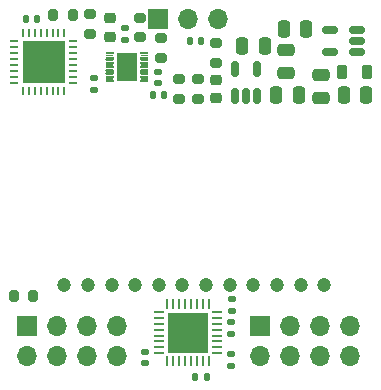
<source format=gts>
G04 #@! TF.GenerationSoftware,KiCad,Pcbnew,7.0.1*
G04 #@! TF.CreationDate,2023-07-28T03:37:33-04:00*
G04 #@! TF.ProjectId,cdm324_v2,63646d33-3234-45f7-9632-2e6b69636164,rev?*
G04 #@! TF.SameCoordinates,Original*
G04 #@! TF.FileFunction,Soldermask,Top*
G04 #@! TF.FilePolarity,Negative*
%FSLAX46Y46*%
G04 Gerber Fmt 4.6, Leading zero omitted, Abs format (unit mm)*
G04 Created by KiCad (PCBNEW 7.0.1) date 2023-07-28 03:37:33*
%MOMM*%
%LPD*%
G01*
G04 APERTURE LIST*
G04 Aperture macros list*
%AMRoundRect*
0 Rectangle with rounded corners*
0 $1 Rounding radius*
0 $2 $3 $4 $5 $6 $7 $8 $9 X,Y pos of 4 corners*
0 Add a 4 corners polygon primitive as box body*
4,1,4,$2,$3,$4,$5,$6,$7,$8,$9,$2,$3,0*
0 Add four circle primitives for the rounded corners*
1,1,$1+$1,$2,$3*
1,1,$1+$1,$4,$5*
1,1,$1+$1,$6,$7*
1,1,$1+$1,$8,$9*
0 Add four rect primitives between the rounded corners*
20,1,$1+$1,$2,$3,$4,$5,0*
20,1,$1+$1,$4,$5,$6,$7,0*
20,1,$1+$1,$6,$7,$8,$9,0*
20,1,$1+$1,$8,$9,$2,$3,0*%
G04 Aperture macros list end*
%ADD10RoundRect,0.140000X0.140000X0.170000X-0.140000X0.170000X-0.140000X-0.170000X0.140000X-0.170000X0*%
%ADD11RoundRect,0.250000X0.250000X0.475000X-0.250000X0.475000X-0.250000X-0.475000X0.250000X-0.475000X0*%
%ADD12RoundRect,0.140000X-0.140000X-0.170000X0.140000X-0.170000X0.140000X0.170000X-0.140000X0.170000X0*%
%ADD13RoundRect,0.140000X0.170000X-0.140000X0.170000X0.140000X-0.170000X0.140000X-0.170000X-0.140000X0*%
%ADD14RoundRect,0.200000X0.200000X0.275000X-0.200000X0.275000X-0.200000X-0.275000X0.200000X-0.275000X0*%
%ADD15RoundRect,0.062500X0.062500X-0.375000X0.062500X0.375000X-0.062500X0.375000X-0.062500X-0.375000X0*%
%ADD16RoundRect,0.062500X0.375000X-0.062500X0.375000X0.062500X-0.375000X0.062500X-0.375000X-0.062500X0*%
%ADD17R,3.450000X3.450000*%
%ADD18RoundRect,0.250000X-0.475000X0.250000X-0.475000X-0.250000X0.475000X-0.250000X0.475000X0.250000X0*%
%ADD19RoundRect,0.225000X0.250000X-0.225000X0.250000X0.225000X-0.250000X0.225000X-0.250000X-0.225000X0*%
%ADD20RoundRect,0.200000X0.275000X-0.200000X0.275000X0.200000X-0.275000X0.200000X-0.275000X-0.200000X0*%
%ADD21RoundRect,0.140000X-0.170000X0.140000X-0.170000X-0.140000X0.170000X-0.140000X0.170000X0.140000X0*%
%ADD22RoundRect,0.250000X0.475000X-0.250000X0.475000X0.250000X-0.475000X0.250000X-0.475000X-0.250000X0*%
%ADD23RoundRect,0.150000X0.512500X0.150000X-0.512500X0.150000X-0.512500X-0.150000X0.512500X-0.150000X0*%
%ADD24RoundRect,0.062500X0.312500X0.062500X-0.312500X0.062500X-0.312500X-0.062500X0.312500X-0.062500X0*%
%ADD25RoundRect,0.062500X0.062500X0.312500X-0.062500X0.312500X-0.062500X-0.312500X0.062500X-0.312500X0*%
%ADD26R,3.650000X3.650000*%
%ADD27R,1.700000X1.700000*%
%ADD28O,1.700000X1.700000*%
%ADD29RoundRect,0.250000X-0.250000X-0.475000X0.250000X-0.475000X0.250000X0.475000X-0.250000X0.475000X0*%
%ADD30RoundRect,0.218750X-0.218750X-0.381250X0.218750X-0.381250X0.218750X0.381250X-0.218750X0.381250X0*%
%ADD31RoundRect,0.135000X-0.185000X0.135000X-0.185000X-0.135000X0.185000X-0.135000X0.185000X0.135000X0*%
%ADD32C,1.200000*%
%ADD33RoundRect,0.200000X-0.275000X0.200000X-0.275000X-0.200000X0.275000X-0.200000X0.275000X0.200000X0*%
%ADD34R,0.700000X0.250000*%
%ADD35R,1.780000X2.350000*%
%ADD36RoundRect,0.150000X0.150000X-0.512500X0.150000X0.512500X-0.150000X0.512500X-0.150000X-0.512500X0*%
G04 APERTURE END LIST*
D10*
X100610000Y-51850000D03*
X99650000Y-51850000D03*
D11*
X109500000Y-50850000D03*
X107600000Y-50850000D03*
X105950000Y-52250000D03*
X104050000Y-52250000D03*
D12*
X100080000Y-80300000D03*
X101040000Y-80300000D03*
D13*
X95797500Y-79117500D03*
X95797500Y-78157500D03*
D14*
X86372500Y-73437500D03*
X84722500Y-73437500D03*
D15*
X97710000Y-78975000D03*
X98210000Y-78975000D03*
X98710000Y-78975000D03*
X99210000Y-78975000D03*
X99710000Y-78975000D03*
X100210000Y-78975000D03*
X100710000Y-78975000D03*
X101210000Y-78975000D03*
D16*
X101897500Y-78287500D03*
X101897500Y-77787500D03*
X101897500Y-77287500D03*
X101897500Y-76787500D03*
X101897500Y-76287500D03*
X101897500Y-75787500D03*
X101897500Y-75287500D03*
X101897500Y-74787500D03*
D15*
X101210000Y-74100000D03*
X100710000Y-74100000D03*
X100210000Y-74100000D03*
X99710000Y-74100000D03*
X99210000Y-74100000D03*
X98710000Y-74100000D03*
X98210000Y-74100000D03*
X97710000Y-74100000D03*
D16*
X97022500Y-74787500D03*
X97022500Y-75287500D03*
X97022500Y-75787500D03*
X97022500Y-76287500D03*
X97022500Y-76787500D03*
X97022500Y-77287500D03*
X97022500Y-77787500D03*
X97022500Y-78287500D03*
D17*
X99460000Y-76537500D03*
D18*
X110700000Y-54750000D03*
X110700000Y-56650000D03*
D19*
X101850000Y-56687500D03*
X101850000Y-55137500D03*
D20*
X100300000Y-56737500D03*
X100300000Y-55087500D03*
X101850000Y-53675000D03*
X101850000Y-52025000D03*
D21*
X103160000Y-73720000D03*
X103160000Y-74680000D03*
D22*
X107793750Y-54550000D03*
X107793750Y-52650000D03*
D23*
X113737500Y-52800000D03*
X113737500Y-51850000D03*
X113737500Y-50900000D03*
X111462500Y-50900000D03*
X111462500Y-52800000D03*
D10*
X86680000Y-49950000D03*
X85720000Y-49950000D03*
D24*
X89725000Y-55375000D03*
X89725000Y-54875000D03*
X89725000Y-54375000D03*
X89725000Y-53875000D03*
X89725000Y-53375000D03*
X89725000Y-52875000D03*
X89725000Y-52375000D03*
X89725000Y-51875000D03*
D25*
X89000000Y-51150000D03*
X88500000Y-51150000D03*
X88000000Y-51150000D03*
X87500000Y-51150000D03*
X87000000Y-51150000D03*
X86500000Y-51150000D03*
X86000000Y-51150000D03*
X85500000Y-51150000D03*
D24*
X84775000Y-51875000D03*
X84775000Y-52375000D03*
X84775000Y-52875000D03*
X84775000Y-53375000D03*
X84775000Y-53875000D03*
X84775000Y-54375000D03*
X84775000Y-54875000D03*
X84775000Y-55375000D03*
D25*
X85500000Y-56100000D03*
X86000000Y-56100000D03*
X86500000Y-56100000D03*
X87000000Y-56100000D03*
X87500000Y-56100000D03*
X88000000Y-56100000D03*
X88500000Y-56100000D03*
X89000000Y-56100000D03*
D26*
X87250000Y-53625000D03*
D27*
X105557500Y-75987500D03*
D28*
X105557500Y-78527500D03*
X108097500Y-75987500D03*
X108097500Y-78527500D03*
X110637500Y-75987500D03*
X110637500Y-78527500D03*
X113177500Y-75987500D03*
X113177500Y-78527500D03*
D13*
X94100000Y-51750000D03*
X94100000Y-50790000D03*
D29*
X106950000Y-56400000D03*
X108850000Y-56400000D03*
D30*
X112487500Y-54500000D03*
X114612500Y-54500000D03*
D31*
X103150000Y-75640000D03*
X103150000Y-76660000D03*
D21*
X91550000Y-55020000D03*
X91550000Y-55980000D03*
D14*
X89725000Y-49650000D03*
X88075000Y-49650000D03*
D31*
X103147500Y-78377500D03*
X103147500Y-79397500D03*
D32*
X89000000Y-72500000D03*
X91000000Y-72500000D03*
X93000000Y-72500000D03*
X95000000Y-72500000D03*
X97000000Y-72500000D03*
X99000000Y-72500000D03*
X101000000Y-72500000D03*
X103000000Y-72500000D03*
X105000000Y-72500000D03*
X107000000Y-72500000D03*
X109000000Y-72500000D03*
X111000000Y-72500000D03*
D21*
X96900000Y-54440000D03*
X96900000Y-55400000D03*
D19*
X92850000Y-51475000D03*
X92850000Y-49925000D03*
D33*
X97150000Y-51600000D03*
X97150000Y-53250000D03*
D34*
X92825000Y-52870000D03*
X92825000Y-53270000D03*
X92825000Y-53670000D03*
X92825000Y-54070000D03*
X92825000Y-54470000D03*
X92825000Y-54870000D03*
X92825000Y-55270000D03*
X95775000Y-55270000D03*
X95775000Y-54870000D03*
X95775000Y-54470000D03*
X95775000Y-54070000D03*
X95775000Y-53670000D03*
X95775000Y-53270000D03*
X95775000Y-52870000D03*
D35*
X94300000Y-54070000D03*
D36*
X103450000Y-56487500D03*
X104400000Y-56487500D03*
X105350000Y-56487500D03*
X105350000Y-54212500D03*
X103450000Y-54212500D03*
D12*
X96520000Y-56420000D03*
X97480000Y-56420000D03*
D20*
X95400000Y-51525000D03*
X95400000Y-49875000D03*
D11*
X114550000Y-56400000D03*
X112650000Y-56400000D03*
D27*
X85857500Y-75987500D03*
D28*
X85857500Y-78527500D03*
X88397500Y-75987500D03*
X88397500Y-78527500D03*
X90937500Y-75987500D03*
X90937500Y-78527500D03*
X93477500Y-75987500D03*
X93477500Y-78527500D03*
D33*
X98750000Y-55075000D03*
X98750000Y-56725000D03*
D20*
X91150000Y-51225000D03*
X91150000Y-49575000D03*
D27*
X96960000Y-50000000D03*
D28*
X99500000Y-50000000D03*
X102040000Y-50000000D03*
G36*
X96123215Y-54993681D02*
G01*
X96123694Y-54995261D01*
X96122822Y-54996663D01*
X96087465Y-55020285D01*
X96087460Y-55119701D01*
X96122828Y-55143337D01*
X96123700Y-55144739D01*
X96123221Y-55146319D01*
X96121717Y-55147000D01*
X95428281Y-55147000D01*
X95426777Y-55146319D01*
X95426298Y-55144739D01*
X95427170Y-55143337D01*
X95462538Y-55119699D01*
X95462533Y-55020288D01*
X95427176Y-54996663D01*
X95426304Y-54995261D01*
X95426783Y-54993681D01*
X95428287Y-54993000D01*
X96121711Y-54993000D01*
X96123215Y-54993681D01*
G37*
G36*
X93173215Y-54993681D02*
G01*
X93173694Y-54995261D01*
X93172822Y-54996663D01*
X93137465Y-55020285D01*
X93137460Y-55119701D01*
X93172828Y-55143337D01*
X93173700Y-55144739D01*
X93173221Y-55146319D01*
X93171717Y-55147000D01*
X92478281Y-55147000D01*
X92476777Y-55146319D01*
X92476298Y-55144739D01*
X92477170Y-55143337D01*
X92512538Y-55119699D01*
X92512533Y-55020288D01*
X92477176Y-54996663D01*
X92476304Y-54995261D01*
X92476783Y-54993681D01*
X92478287Y-54993000D01*
X93171711Y-54993000D01*
X93173215Y-54993681D01*
G37*
G36*
X96123216Y-54593681D02*
G01*
X96123695Y-54595261D01*
X96122823Y-54596663D01*
X96087463Y-54620292D01*
X96087463Y-54719708D01*
X96122825Y-54743337D01*
X96123697Y-54744739D01*
X96123218Y-54746319D01*
X96121714Y-54747000D01*
X95428284Y-54747000D01*
X95426780Y-54746319D01*
X95426301Y-54744739D01*
X95427173Y-54743337D01*
X95462536Y-54719706D01*
X95462536Y-54620294D01*
X95427174Y-54596663D01*
X95426302Y-54595261D01*
X95426781Y-54593681D01*
X95428285Y-54593000D01*
X96121712Y-54593000D01*
X96123216Y-54593681D01*
G37*
G36*
X93173216Y-54593681D02*
G01*
X93173695Y-54595261D01*
X93172823Y-54596663D01*
X93137463Y-54620292D01*
X93137463Y-54719708D01*
X93172825Y-54743337D01*
X93173697Y-54744739D01*
X93173218Y-54746319D01*
X93171714Y-54747000D01*
X92478284Y-54747000D01*
X92476780Y-54746319D01*
X92476301Y-54744739D01*
X92477173Y-54743337D01*
X92512536Y-54719706D01*
X92512536Y-54620294D01*
X92477174Y-54596663D01*
X92476302Y-54595261D01*
X92476781Y-54593681D01*
X92478285Y-54593000D01*
X93171712Y-54593000D01*
X93173216Y-54593681D01*
G37*
G36*
X96123216Y-54193681D02*
G01*
X96123695Y-54195261D01*
X96122823Y-54196663D01*
X96087463Y-54220292D01*
X96087463Y-54319708D01*
X96122825Y-54343337D01*
X96123697Y-54344739D01*
X96123218Y-54346319D01*
X96121714Y-54347000D01*
X95428284Y-54347000D01*
X95426780Y-54346319D01*
X95426301Y-54344739D01*
X95427173Y-54343337D01*
X95462536Y-54319706D01*
X95462536Y-54220294D01*
X95427174Y-54196663D01*
X95426302Y-54195261D01*
X95426781Y-54193681D01*
X95428285Y-54193000D01*
X96121712Y-54193000D01*
X96123216Y-54193681D01*
G37*
G36*
X93173216Y-54193681D02*
G01*
X93173695Y-54195261D01*
X93172823Y-54196663D01*
X93137463Y-54220292D01*
X93137463Y-54319708D01*
X93172825Y-54343337D01*
X93173697Y-54344739D01*
X93173218Y-54346319D01*
X93171714Y-54347000D01*
X92478284Y-54347000D01*
X92476780Y-54346319D01*
X92476301Y-54344739D01*
X92477173Y-54343337D01*
X92512536Y-54319706D01*
X92512536Y-54220294D01*
X92477174Y-54196663D01*
X92476302Y-54195261D01*
X92476781Y-54193681D01*
X92478285Y-54193000D01*
X93171712Y-54193000D01*
X93173216Y-54193681D01*
G37*
G36*
X96123215Y-53793681D02*
G01*
X96123694Y-53795261D01*
X96122822Y-53796663D01*
X96087465Y-53820285D01*
X96087460Y-53919701D01*
X96122828Y-53943337D01*
X96123700Y-53944739D01*
X96123221Y-53946319D01*
X96121717Y-53947000D01*
X95428281Y-53947000D01*
X95426777Y-53946319D01*
X95426298Y-53944739D01*
X95427170Y-53943337D01*
X95462538Y-53919699D01*
X95462533Y-53820288D01*
X95427176Y-53796663D01*
X95426304Y-53795261D01*
X95426783Y-53793681D01*
X95428287Y-53793000D01*
X96121711Y-53793000D01*
X96123215Y-53793681D01*
G37*
G36*
X93173215Y-53793681D02*
G01*
X93173694Y-53795261D01*
X93172822Y-53796663D01*
X93137465Y-53820285D01*
X93137460Y-53919701D01*
X93172828Y-53943337D01*
X93173700Y-53944739D01*
X93173221Y-53946319D01*
X93171717Y-53947000D01*
X92478281Y-53947000D01*
X92476777Y-53946319D01*
X92476298Y-53944739D01*
X92477170Y-53943337D01*
X92512538Y-53919699D01*
X92512533Y-53820288D01*
X92477176Y-53796663D01*
X92476304Y-53795261D01*
X92476783Y-53793681D01*
X92478287Y-53793000D01*
X93171711Y-53793000D01*
X93173215Y-53793681D01*
G37*
G36*
X96123216Y-53393681D02*
G01*
X96123695Y-53395261D01*
X96122823Y-53396663D01*
X96087463Y-53420292D01*
X96087463Y-53519708D01*
X96122825Y-53543337D01*
X96123697Y-53544739D01*
X96123218Y-53546319D01*
X96121714Y-53547000D01*
X95428284Y-53547000D01*
X95426780Y-53546319D01*
X95426301Y-53544739D01*
X95427173Y-53543337D01*
X95462536Y-53519706D01*
X95462536Y-53420294D01*
X95427174Y-53396663D01*
X95426302Y-53395261D01*
X95426781Y-53393681D01*
X95428285Y-53393000D01*
X96121712Y-53393000D01*
X96123216Y-53393681D01*
G37*
G36*
X93173216Y-53393681D02*
G01*
X93173695Y-53395261D01*
X93172823Y-53396663D01*
X93137463Y-53420292D01*
X93137463Y-53519708D01*
X93172825Y-53543337D01*
X93173697Y-53544739D01*
X93173218Y-53546319D01*
X93171714Y-53547000D01*
X92478284Y-53547000D01*
X92476780Y-53546319D01*
X92476301Y-53544739D01*
X92477173Y-53543337D01*
X92512536Y-53519706D01*
X92512536Y-53420294D01*
X92477174Y-53396663D01*
X92476302Y-53395261D01*
X92476781Y-53393681D01*
X92478285Y-53393000D01*
X93171712Y-53393000D01*
X93173216Y-53393681D01*
G37*
G36*
X96123216Y-52993681D02*
G01*
X96123695Y-52995261D01*
X96122823Y-52996663D01*
X96087463Y-53020292D01*
X96087463Y-53119708D01*
X96122825Y-53143337D01*
X96123697Y-53144739D01*
X96123218Y-53146319D01*
X96121714Y-53147000D01*
X95428284Y-53147000D01*
X95426780Y-53146319D01*
X95426301Y-53144739D01*
X95427173Y-53143337D01*
X95462536Y-53119706D01*
X95462536Y-53020294D01*
X95427174Y-52996663D01*
X95426302Y-52995261D01*
X95426781Y-52993681D01*
X95428285Y-52993000D01*
X96121712Y-52993000D01*
X96123216Y-52993681D01*
G37*
G36*
X93173216Y-52993681D02*
G01*
X93173695Y-52995261D01*
X93172823Y-52996663D01*
X93137463Y-53020292D01*
X93137463Y-53119708D01*
X93172825Y-53143337D01*
X93173697Y-53144739D01*
X93173218Y-53146319D01*
X93171714Y-53147000D01*
X92478284Y-53147000D01*
X92476780Y-53146319D01*
X92476301Y-53144739D01*
X92477173Y-53143337D01*
X92512536Y-53119706D01*
X92512536Y-53020294D01*
X92477174Y-52996663D01*
X92476302Y-52995261D01*
X92476781Y-52993681D01*
X92478285Y-52993000D01*
X93171712Y-52993000D01*
X93173216Y-52993681D01*
G37*
M02*

</source>
